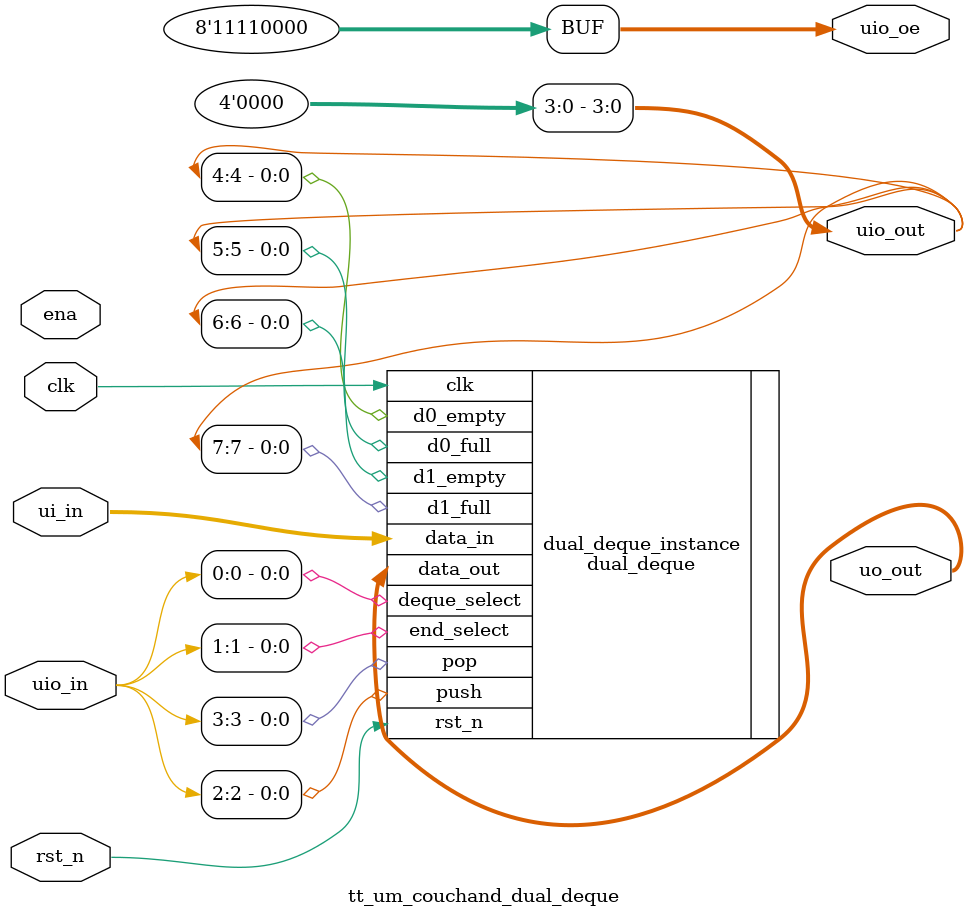
<source format=v>
/*
 * Copyright (c) 2024 Andrew Dona-Couch
 * SPDX-License-Identifier: Apache-2.0
 */

`default_nettype none

module tt_um_couchand_dual_deque (
    input  wire [7:0] ui_in,    // Dedicated inputs - connected to the input switches
    output reg  [7:0] uo_out,   // Dedicated outputs - connected to the 7 segment display
    input  wire [7:0] uio_in,   // IOs: Bidirectional Input path
    output wire [7:0] uio_out,  // IOs: Bidirectional Output path
    output wire [7:0] uio_oe,   // IOs: Bidirectional Enable path (active high: 0=input, 1=output)
    input  wire       ena,      // will go high when the design is enabled
    input  wire       clk,      // clock
    input  wire       rst_n     // reset_n - low to reset
);

  assign uio_out[3:0] = 4'b0;
  assign uio_oe = 8'b11110000;

  dual_deque dual_deque_instance (
    .clk(clk),
    .rst_n(rst_n),
    .d0_empty(uio_out[4]),
    .d0_full(uio_out[5]),
    .d1_empty(uio_out[6]),
    .d1_full(uio_out[7]),
    .deque_select(uio_in[0]),
    .end_select(uio_in[1]),
    .push(uio_in[2]),
    .pop(uio_in[3]),
    .data_in(ui_in),
    .data_out(uo_out)
  );

endmodule

</source>
